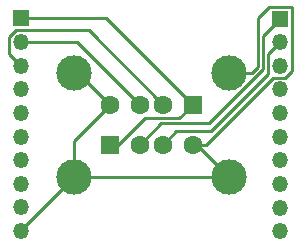
<source format=gbr>
%TF.GenerationSoftware,KiCad,Pcbnew,7.0.7*%
%TF.CreationDate,2023-10-06T14:48:46-06:00*%
%TF.ProjectId,USB_2_Module,5553425f-325f-44d6-9f64-756c652e6b69,rev?*%
%TF.SameCoordinates,Original*%
%TF.FileFunction,Copper,L1,Top*%
%TF.FilePolarity,Positive*%
%FSLAX46Y46*%
G04 Gerber Fmt 4.6, Leading zero omitted, Abs format (unit mm)*
G04 Created by KiCad (PCBNEW 7.0.7) date 2023-10-06 14:48:46*
%MOMM*%
%LPD*%
G01*
G04 APERTURE LIST*
%TA.AperFunction,ComponentPad*%
%ADD10O,1.350000X1.350000*%
%TD*%
%TA.AperFunction,ComponentPad*%
%ADD11R,1.350000X1.350000*%
%TD*%
%TA.AperFunction,ComponentPad*%
%ADD12C,3.000000*%
%TD*%
%TA.AperFunction,ComponentPad*%
%ADD13C,1.600000*%
%TD*%
%TA.AperFunction,ComponentPad*%
%ADD14R,1.600000X1.600000*%
%TD*%
%TA.AperFunction,Conductor*%
%ADD15C,0.250000*%
%TD*%
G04 APERTURE END LIST*
D10*
%TO.P,J3,10,Pin_10*%
%TO.N,unconnected-(J3-Pin_10-Pad10)*%
X155561200Y-98031400D03*
%TO.P,J3,9,Pin_9*%
%TO.N,unconnected-(J3-Pin_9-Pad9)*%
X155561200Y-96031400D03*
%TO.P,J3,8,Pin_8*%
%TO.N,unconnected-(J3-Pin_8-Pad8)*%
X155561200Y-94031400D03*
%TO.P,J3,7,Pin_7*%
%TO.N,unconnected-(J3-Pin_7-Pad7)*%
X155561200Y-92031400D03*
%TO.P,J3,6,Pin_6*%
%TO.N,unconnected-(J3-Pin_6-Pad6)*%
X155561200Y-90031400D03*
%TO.P,J3,5,Pin_5*%
%TO.N,unconnected-(J3-Pin_5-Pad5)*%
X155561200Y-88031400D03*
%TO.P,J3,4,Pin_4*%
%TO.N,unconnected-(J3-Pin_4-Pad4)*%
X155561200Y-86031400D03*
%TO.P,J3,3,Pin_3*%
%TO.N,unconnected-(J3-Pin_3-Pad3)*%
X155561200Y-84031400D03*
%TO.P,J3,2,Pin_2*%
%TO.N,Net-(J3-Pin_2)*%
X155561200Y-82031400D03*
D11*
%TO.P,J3,1,Pin_1*%
%TO.N,Net-(J3-Pin_1)*%
X155561200Y-80031400D03*
%TD*%
D10*
%TO.P,J2,10,Pin_10*%
%TO.N,Net-(J1-GND)*%
X133573800Y-98021000D03*
%TO.P,J2,9,Pin_9*%
%TO.N,unconnected-(J2-Pin_9-Pad9)*%
X133573800Y-96021000D03*
%TO.P,J2,8,Pin_8*%
%TO.N,unconnected-(J2-Pin_8-Pad8)*%
X133573800Y-94021000D03*
%TO.P,J2,7,Pin_7*%
%TO.N,unconnected-(J2-Pin_7-Pad7)*%
X133573800Y-92021000D03*
%TO.P,J2,6,Pin_6*%
%TO.N,unconnected-(J2-Pin_6-Pad6)*%
X133573800Y-90021000D03*
%TO.P,J2,5,Pin_5*%
%TO.N,unconnected-(J2-Pin_5-Pad5)*%
X133573800Y-88021000D03*
%TO.P,J2,4,Pin_4*%
%TO.N,unconnected-(J2-Pin_4-Pad4)*%
X133573800Y-86021000D03*
%TO.P,J2,3,Pin_3*%
%TO.N,Net-(J1-D-)*%
X133573800Y-84021000D03*
%TO.P,J2,2,Pin_2*%
%TO.N,Net-(J1-D+)*%
X133573800Y-82021000D03*
D11*
%TO.P,J2,1,Pin_1*%
%TO.N,Net-(J1-VBUS)*%
X133573800Y-80021000D03*
%TD*%
D12*
%TO.P,J1,5,Shield*%
%TO.N,Net-(J1-GND)*%
X138070000Y-84609200D03*
X151210000Y-84609200D03*
D13*
%TO.P,J1,4,GND*%
X141140000Y-87319200D03*
%TO.P,J1,3,D+*%
%TO.N,Net-(J1-D+)*%
X143640000Y-87319200D03*
%TO.P,J1,2,D-*%
%TO.N,Net-(J1-D-)*%
X145640000Y-87319200D03*
D14*
%TO.P,J1,1,VBUS*%
%TO.N,Net-(J1-VBUS)*%
X148140000Y-87319200D03*
%TD*%
D12*
%TO.P,J4,5,Shield*%
%TO.N,Net-(J1-GND)*%
X151210000Y-93410000D03*
X138070000Y-93410000D03*
D13*
%TO.P,J4,4,GND*%
X148140000Y-90700000D03*
%TO.P,J4,3,D+*%
%TO.N,Net-(J3-Pin_2)*%
X145640000Y-90700000D03*
%TO.P,J4,2,D-*%
%TO.N,Net-(J3-Pin_1)*%
X143640000Y-90700000D03*
D14*
%TO.P,J4,1,VBUS*%
%TO.N,Net-(J1-VBUS)*%
X141140000Y-90700000D03*
%TD*%
D15*
%TO.N,Net-(J1-GND)*%
X138070000Y-93410000D02*
X133573800Y-97906200D01*
X153154544Y-84609200D02*
X151210000Y-84609200D01*
X153650000Y-84113744D02*
X153154544Y-84609200D01*
X154561200Y-79031400D02*
X153650000Y-79942600D01*
X155975414Y-85031400D02*
X156561200Y-84445614D01*
X154939970Y-85031400D02*
X155975414Y-85031400D01*
X153650000Y-79942600D02*
X153650000Y-84113744D01*
X149271370Y-90700000D02*
X154939970Y-85031400D01*
X148140000Y-90700000D02*
X149271370Y-90700000D01*
X156561200Y-84445614D02*
X156561200Y-79031400D01*
X156561200Y-79031400D02*
X154561200Y-79031400D01*
%TO.N,Net-(J3-Pin_1)*%
X145440000Y-88900000D02*
X143640000Y-90700000D01*
X149500140Y-88900000D02*
X145440000Y-88900000D01*
X154100000Y-84300140D02*
X149500140Y-88900000D01*
X155561200Y-80031400D02*
X154100000Y-81492600D01*
X154100000Y-81492600D02*
X154100000Y-84300140D01*
%TO.N,Net-(J3-Pin_2)*%
X154550000Y-83042600D02*
X155561200Y-82031400D01*
X154550000Y-84720000D02*
X154550000Y-83042600D01*
X149695000Y-89575000D02*
X154550000Y-84720000D01*
X146765000Y-89575000D02*
X149695000Y-89575000D01*
X145640000Y-90700000D02*
X146765000Y-89575000D01*
%TO.N,Net-(J1-VBUS)*%
X141850191Y-90700000D02*
X144105991Y-88444200D01*
X147015000Y-88444200D02*
X148140000Y-87319200D01*
X141140000Y-90700000D02*
X141850191Y-90700000D01*
X144105991Y-88444200D02*
X147015000Y-88444200D01*
%TO.N,Net-(J1-GND)*%
X133573800Y-97906200D02*
X133573800Y-98021000D01*
X148500000Y-90700000D02*
X148140000Y-90700000D01*
X151210000Y-93410000D02*
X148500000Y-90700000D01*
X138070000Y-93410000D02*
X151210000Y-93410000D01*
X138070000Y-90389200D02*
X141140000Y-87319200D01*
X138070000Y-93410000D02*
X138070000Y-90389200D01*
%TO.N,Net-(J1-VBUS)*%
X140841800Y-80021000D02*
X133573800Y-80021000D01*
X148140000Y-87319200D02*
X140841800Y-80021000D01*
%TO.N,Net-(J1-D-)*%
X132560000Y-81620586D02*
X132560000Y-83007200D01*
X133159586Y-81021000D02*
X132560000Y-81620586D01*
X132560000Y-83007200D02*
X133573800Y-84021000D01*
X139341800Y-81021000D02*
X133159586Y-81021000D01*
X145640000Y-87319200D02*
X139341800Y-81021000D01*
%TO.N,Net-(J1-D+)*%
X138341800Y-82021000D02*
X133573800Y-82021000D01*
X143640000Y-87319200D02*
X138341800Y-82021000D01*
%TO.N,Net-(J1-GND)*%
X138430000Y-84609200D02*
X138070000Y-84609200D01*
X141140000Y-87319200D02*
X138430000Y-84609200D01*
%TD*%
M02*

</source>
